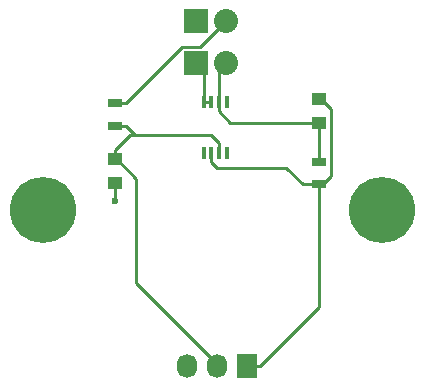
<source format=gtl>
G04 #@! TF.FileFunction,Copper,L1,Top,Signal*
%FSLAX46Y46*%
G04 Gerber Fmt 4.6, Leading zero omitted, Abs format (unit mm)*
G04 Created by KiCad (PCBNEW 4.0.1-stable) date Wednesday, August 10, 2016 'PMt' 06:46:32 PM*
%MOMM*%
G01*
G04 APERTURE LIST*
%ADD10C,0.100000*%
%ADD11R,0.400000X1.100000*%
%ADD12R,1.250000X1.000000*%
%ADD13R,2.032000X2.032000*%
%ADD14O,2.032000X2.032000*%
%ADD15R,1.727200X2.032000*%
%ADD16O,1.727200X2.032000*%
%ADD17R,1.300000X0.700000*%
%ADD18C,5.600000*%
%ADD19C,0.600000*%
%ADD20C,0.250000*%
G04 APERTURE END LIST*
D10*
D11*
X150398000Y-97300000D03*
X149748000Y-97300000D03*
X149098000Y-97300000D03*
X148448000Y-97300000D03*
X148448000Y-101600000D03*
X149098000Y-101600000D03*
X149748000Y-101600000D03*
X150398000Y-101600000D03*
D12*
X158242000Y-97060000D03*
X158242000Y-99060000D03*
X140970000Y-104140000D03*
X140970000Y-102140000D03*
D13*
X147828000Y-93980000D03*
D14*
X150368000Y-93980000D03*
D15*
X152146000Y-119634000D03*
D16*
X149606000Y-119634000D03*
X147066000Y-119634000D03*
D13*
X147828000Y-90424000D03*
D14*
X150368000Y-90424000D03*
D17*
X158242000Y-104262000D03*
X158242000Y-102362000D03*
X140970000Y-99314000D03*
X140970000Y-97414000D03*
D18*
X134874000Y-106426000D03*
X163576000Y-106426000D03*
D19*
X140970000Y-105664000D03*
D20*
X158242000Y-104262000D02*
X158242000Y-114651600D01*
X153259600Y-119634000D02*
X152146000Y-119634000D01*
X158242000Y-114651600D02*
X153259600Y-119634000D01*
X159217001Y-103586999D02*
X159217001Y-97910001D01*
X155448000Y-102870000D02*
X156840000Y-104262000D01*
X156840000Y-104262000D02*
X158242000Y-104262000D01*
X149568000Y-102870000D02*
X155448000Y-102870000D01*
X149098000Y-101600000D02*
X149098000Y-102400000D01*
X149098000Y-102400000D02*
X149568000Y-102870000D01*
X158242000Y-104262000D02*
X158542000Y-104262000D01*
X158542000Y-104262000D02*
X159217001Y-103586999D01*
X159217001Y-97910001D02*
X158367000Y-97060000D01*
X158367000Y-97060000D02*
X158242000Y-97060000D01*
X158242000Y-99060000D02*
X158242000Y-102362000D01*
X150708000Y-99060000D02*
X157367000Y-99060000D01*
X149748000Y-97300000D02*
X149748000Y-98100000D01*
X149748000Y-98100000D02*
X150708000Y-99060000D01*
X149748000Y-97300000D02*
X149748000Y-94600000D01*
X149748000Y-94600000D02*
X150368000Y-93980000D01*
X158242000Y-99060000D02*
X157367000Y-99060000D01*
X140970000Y-104140000D02*
X140970000Y-105664000D01*
X148448000Y-97300000D02*
X148448000Y-94600000D01*
X148448000Y-94600000D02*
X147828000Y-93980000D01*
X149098000Y-97300000D02*
X148448000Y-97300000D01*
X140970000Y-102140000D02*
X141095000Y-102140000D01*
X141095000Y-102140000D02*
X142748000Y-103793000D01*
X142748000Y-103793000D02*
X142748000Y-112623600D01*
X142748000Y-112623600D02*
X149606000Y-119481600D01*
X149606000Y-119481600D02*
X149606000Y-119634000D01*
X149748000Y-101600000D02*
X149748000Y-100800000D01*
X149748000Y-100800000D02*
X149054000Y-100106000D01*
X149054000Y-100106000D02*
X142662000Y-100106000D01*
X140970000Y-102140000D02*
X140970000Y-101390000D01*
X140970000Y-101390000D02*
X142254000Y-100106000D01*
X142254000Y-100106000D02*
X142662000Y-100106000D01*
X140970000Y-99314000D02*
X141870000Y-99314000D01*
X141870000Y-99314000D02*
X142662000Y-100106000D01*
X150368000Y-90424000D02*
X148153001Y-92638999D01*
X148153001Y-92638999D02*
X146645001Y-92638999D01*
X146645001Y-92638999D02*
X141870000Y-97414000D01*
X141870000Y-97414000D02*
X140970000Y-97414000D01*
M02*

</source>
